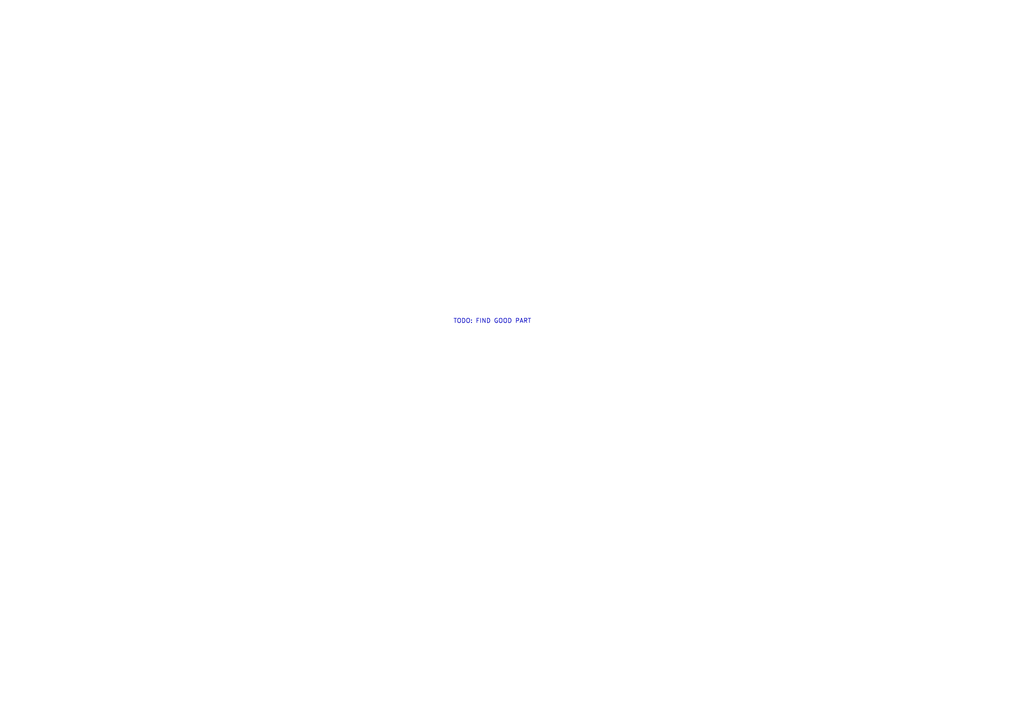
<source format=kicad_sch>
(kicad_sch (version 20230121) (generator eeschema)
  (paper "A4")
  (lib_symbols)
  (text "TODO: FIND GOOD PART" (at 131.445 93.98 0) (effects (font (size 1.27 1.27)) (justify left bottom)))
)
</source>
